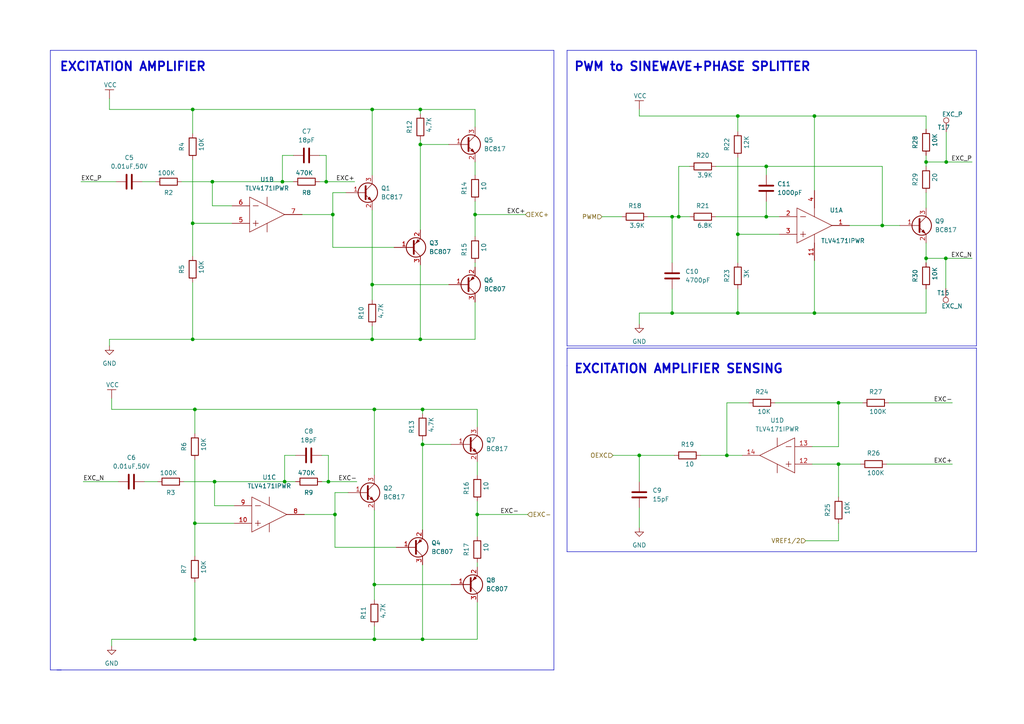
<source format=kicad_sch>
(kicad_sch (version 20230121) (generator eeschema)
  (paper "A4")
  (title_block (comment 1 "Phase Splitter"))
  (lib_symbols
    (symbol "02_HPM_Resis:NC_1" (pin_numbers hide) (pin_names (offset 0))
      (property "Reference" "R" (at -3.81 0.635 0))
      (property "Value" "NC_1" (at 5.715 0.635 0))
      (symbol "NC_1_0_1"
        (rectangle (start 2.54 -1.016) (end -2.54 1.016) (stroke (width 0.254)))
      )
      (symbol "NC_1_1_1"
        (pin passive line (at -3.81 0 0) (length 1.27) (name "~") (number "1"))
        (pin passive line (at 3.81 0 180) (length 1.27) (name "~") (number "2"))
      )
    )
    (symbol "03_HPM_CAP:10uF,16V" (pin_numbers hide) (pin_names (offset 0.254))
      (property "Reference" "C" (at 0.635 2.54 0))
      (property "Value" "10uF,16V" (at 0.635 -2.54 0))
      (symbol "10uF,16V_0_1"
        (polyline (pts (xy -2.032 -0.762) (xy 2.032 -0.762)) (stroke (width 0.508)))
        (polyline (pts (xy -2.032 0.762) (xy 2.032 0.762)) (stroke (width 0.508)))
      )
      (symbol "10uF,16V_1_1"
        (pin passive line (at 0 3.81 270) (length 2.794) (name "~") (number "1"))
        (pin passive line (at 0 -3.81 90) (length 2.794) (name "~") (number "2"))
      )
    )
    (symbol "Connector:TestPoint" (pin_numbers hide) (pin_names (offset 0.762) hide)
      (property "Reference" "TP" (at 0 6.858 0))
      (property "Value" "TestPoint" (at 0 5.08 0))
      (symbol "TestPoint_0_1"
        (circle (center 0 3.302) (radius 0.762))
      )
      (symbol "TestPoint_1_1"
        (pin passive line (at 0 0 90) (length 2.54) (name "1") (number "1"))
      )
    )
    (symbol "HPM_EVK2:TLV4171IPWR" (pin_names (offset 1.016) hide)
      (property "Reference" "U" (at 0 0 0))
      (property "Value" "TLV4171IPWR" (at 0 0 0))
      (symbol "TLV4171IPWR_1_1"
        (polyline (pts (xy -4.064 -2.54) (xy -2.54 -2.54)))
        (polyline (pts (xy -4.064 2.54) (xy -2.54 2.54)))
        (polyline (pts (xy -3.302 -1.778) (xy -3.302 -3.302)))
        (polyline (pts (xy 0 -2.54) (xy 0 -5.08)))
        (polyline (pts (xy 0 5.08) (xy 0 2.54)))
        (polyline (pts (xy -5.08 -5.08) (xy 5.08 0) (xy 5.08 0) (xy -5.08 5.08) (xy -5.08 5.08) (xy -5.08 -5.08)))
        (pin output line (at 10.16 0 180) (length 5.08) (name "OUTA") (number "1"))
        (pin input line (at 0 -10.16 90) (length 5.08) (name "V-") (number "11"))
        (pin input line (at -10.16 2.54 0) (length 5.08) (name "INA-") (number "2"))
        (pin input line (at -10.16 -2.54 0) (length 5.08) (name "INA+") (number "3"))
        (pin input line (at 0 10.16 270) (length 5.08) (name "V+") (number "4"))
      )
      (symbol "TLV4171IPWR_2_1"
        (polyline (pts (xy -4.064 -2.54) (xy -2.54 -2.54)))
        (polyline (pts (xy -4.064 2.54) (xy -2.54 2.54)))
        (polyline (pts (xy -3.302 -1.778) (xy -3.302 -3.302)))
        (polyline (pts (xy 0 -2.54) (xy 0 -5.08)))
        (polyline (pts (xy 0 5.08) (xy 0 2.54)))
        (polyline (pts (xy -5.08 -5.08) (xy 5.08 0) (xy 5.08 0) (xy -5.08 5.08) (xy -5.08 5.08) (xy -5.08 -5.08)))
        (pin input line (at -10.16 -2.54 0) (length 5.08) (name "INB+") (number "5"))
        (pin input line (at -10.16 2.54 0) (length 5.08) (name "INB-") (number "6"))
        (pin output line (at 10.16 0 180) (length 5.08) (name "OUTB") (number "7"))
      )
      (symbol "TLV4171IPWR_3_1"
        (polyline (pts (xy -4.064 -2.54) (xy -2.54 -2.54)))
        (polyline (pts (xy -4.064 2.54) (xy -2.54 2.54)))
        (polyline (pts (xy -3.302 -1.778) (xy -3.302 -3.302)))
        (polyline (pts (xy 0 -2.54) (xy 0 -5.08)))
        (polyline (pts (xy 0 5.08) (xy 0 2.54)))
        (polyline (pts (xy -5.08 -5.08) (xy 5.08 0) (xy 5.08 0) (xy -5.08 5.08) (xy -5.08 5.08) (xy -5.08 -5.08)))
        (pin input line (at -10.16 -2.54 0) (length 5.08) (name "INC+") (number "10"))
        (pin output line (at 10.16 0 180) (length 5.08) (name "OUTC") (number "8"))
        (pin input line (at -10.16 2.54 0) (length 5.08) (name "INC-") (number "9"))
      )
      (symbol "TLV4171IPWR_4_1"
        (polyline (pts (xy -4.064 -2.54) (xy -2.54 -2.54)))
        (polyline (pts (xy -4.064 2.54) (xy -2.54 2.54)))
        (polyline (pts (xy -3.302 -1.778) (xy -3.302 -3.302)))
        (polyline (pts (xy 0 -2.54) (xy 0 -5.08)))
        (polyline (pts (xy 0 5.08) (xy 0 2.54)))
        (polyline (pts (xy -5.08 -5.08) (xy 5.08 0) (xy 5.08 0) (xy -5.08 5.08) (xy -5.08 5.08) (xy -5.08 -5.08)))
        (pin input line (at -10.16 -2.54 0) (length 5.08) (name "IND+") (number "12"))
        (pin input line (at -10.16 2.54 0) (length 5.08) (name "IND-") (number "13"))
        (pin output line (at 10.16 0 180) (length 5.08) (name "OUTD") (number "14"))
      )
    )
    (symbol "HPM_EVK2:VCC" (power) (pin_numbers hide) (pin_names (offset 0) hide) (in_bom no) (on_board no)
      (property "Value" "VCC" (at 0 4.445 0))
      (symbol "VCC_0_1"
        (polyline (pts (xy -1.27 2.54) (xy 1.27 2.54)))
      )
      (symbol "VCC_1_1"
        (pin power_in line (at 0 0 90) (length 2.54) (name "VCC") (number "1"))
      )
    )
    (symbol "Transistor_BJT:BC807" (pin_names (offset 0) hide)
      (property "Reference" "Q" (at 5.08 1.905 0))
      (property "Value" "BC807" (at 5.08 0 0))
      (symbol "BC807_0_1"
        (polyline (pts (xy 0.635 0.635) (xy 2.54 2.54)))
        (polyline (pts (xy 0.635 -0.635) (xy 2.54 -2.54) (xy 2.54 -2.54)))
        (polyline (pts (xy 0.635 1.905) (xy 0.635 -1.905) (xy 0.635 -1.905)) (stroke (width 0.508)))
        (polyline (pts (xy 2.286 -1.778) (xy 1.778 -2.286) (xy 1.27 -1.27) (xy 2.286 -1.778) (xy 2.286 -1.778)) (fill (type outline)))
        (circle (center 1.27 0) (radius 2.8194) (stroke (width 0.254)))
      )
      (symbol "BC807_1_1"
        (pin input line (at -5.08 0 0) (length 5.715) (name "B") (number "1"))
        (pin passive line (at 2.54 -5.08 90) (length 2.54) (name "E") (number "2"))
        (pin passive line (at 2.54 5.08 270) (length 2.54) (name "C") (number "3"))
      )
    )
    (symbol "Transistor_BJT:BC817" (pin_names (offset 0) hide)
      (property "Reference" "Q" (at 5.08 1.905 0))
      (property "Value" "BC817" (at 5.08 0 0))
      (symbol "BC817_0_1"
        (polyline (pts (xy 0.635 0.635) (xy 2.54 2.54)))
        (polyline (pts (xy 0.635 -0.635) (xy 2.54 -2.54) (xy 2.54 -2.54)))
        (polyline (pts (xy 0.635 1.905) (xy 0.635 -1.905) (xy 0.635 -1.905)) (stroke (width 0.508)))
        (polyline (pts (xy 1.27 -1.778) (xy 1.778 -1.27) (xy 2.286 -2.286) (xy 1.27 -1.778) (xy 1.27 -1.778)) (fill (type outline)))
        (circle (center 1.27 0) (radius 2.8194) (stroke (width 0.254)))
      )
      (symbol "BC817_1_1"
        (pin input line (at -5.08 0 0) (length 5.715) (name "B") (number "1"))
        (pin passive line (at 2.54 -5.08 90) (length 2.54) (name "E") (number "2"))
        (pin passive line (at 2.54 5.08 270) (length 2.54) (name "C") (number "3"))
      )
    )
    (symbol "power:GND" (power) (pin_names (offset 0))
      (property "Value" "GND" (at 0 -3.81 0))
      (symbol "GND_0_1"
        (polyline (pts (xy 0 0) (xy 0 -1.27) (xy 1.27 -1.27) (xy 0 -2.54) (xy -1.27 -1.27) (xy 0 -1.27)))
      )
      (symbol "GND_1_1"
        (pin power_in line (at 0 0 270) (length 0) hide (name "GND") (number "1"))
      )
    )
  )
  (junction (at 108.585 169.545))
  (junction (at 108.585 185.42))
  (junction (at 236.22 90.805))
  (junction (at 210.82 132.08))
  (junction (at 56.515 151.765))
  (junction (at 243.205 116.84))
  (junction (at 55.88 31.75))
  (junction (at 213.995 90.805))
  (junction (at 95.25 139.7))
  (junction (at 61.595 52.705))
  (junction (at 107.95 98.425))
  (junction (at 55.88 98.425))
  (junction (at 108.585 118.745))
  (junction (at 122.555 118.745))
  (junction (at 213.995 67.945))
  (junction (at 82.55 139.7))
  (junction (at 121.92 98.425))
  (junction (at 56.515 185.42))
  (junction (at 196.85 62.865))
  (junction (at 194.945 90.805))
  (junction (at 56.515 118.745))
  (junction (at 138.43 149.225))
  (junction (at 107.95 82.55))
  (junction (at 255.905 65.405))
  (junction (at 121.92 41.91))
  (junction (at 236.22 33.655))
  (junction (at 107.95 31.75))
  (junction (at 222.25 62.865))
  (junction (at 55.88 64.77))
  (junction (at 97.155 149.225))
  (junction (at 268.605 46.99))
  (junction (at 194.945 62.865))
  (junction (at 94.615 52.705))
  (junction (at 268.605 74.93))
  (junction (at 243.205 134.62))
  (junction (at 96.52 62.23))
  (junction (at 274.32 74.93))
  (junction (at 185.42 132.08))
  (junction (at 121.92 31.75))
  (junction (at 122.555 185.42))
  (junction (at 213.995 33.655))
  (junction (at 81.915 52.705))
  (junction (at 62.23 139.7))
  (junction (at 122.555 128.905))
  (junction (at 137.795 62.23))
  (junction (at 222.25 48.26))
  (junction (at 274.447 46.99))
  (wire (pts (xy 222.25 58.42) (xy 222.25 62.865)))
  (polyline (pts (xy 164.465 160.02) (xy 283.21 160.02)))
  (wire (pts (xy 107.95 60.96) (xy 107.95 82.55)))
  (wire (pts (xy 246.38 65.405) (xy 255.905 65.405)))
  (wire (pts (xy 217.17 116.84) (xy 210.82 116.84)))
  (wire (pts (xy 61.595 52.705) (xy 81.915 52.705)))
  (polyline (pts (xy 160.655 194.31) (xy 160.655 14.605)))
  (wire (pts (xy 274.32 74.93) (xy 274.32 83.693)))
  (wire (pts (xy 213.995 90.805) (xy 194.945 90.805)))
  (wire (pts (xy 137.795 87.63) (xy 137.795 98.425)))
  (wire (pts (xy 268.605 46.99) (xy 268.605 48.26)))
  (wire (pts (xy 137.795 62.23) (xy 137.795 68.58)))
  (wire (pts (xy 67.31 59.69) (xy 61.595 59.69)))
  (wire (pts (xy 108.585 118.745) (xy 122.555 118.745)))
  (wire (pts (xy 138.43 133.985) (xy 138.43 137.795)))
  (wire (pts (xy 203.2 132.08) (xy 210.82 132.08)))
  (wire (pts (xy 236.22 90.805) (xy 213.995 90.805)))
  (wire (pts (xy 114.935 158.75) (xy 97.155 158.75)))
  (wire (pts (xy 137.795 31.75) (xy 137.795 36.83)))
  (wire (pts (xy 31.75 28.575) (xy 31.75 31.75)))
  (wire (pts (xy 200.025 48.26) (xy 196.85 48.26)))
  (wire (pts (xy 56.515 151.765) (xy 67.945 151.765)))
  (wire (pts (xy 213.995 67.945) (xy 213.995 76.2)))
  (wire (pts (xy 108.585 185.42) (xy 56.515 185.42)))
  (wire (pts (xy 222.25 48.26) (xy 222.25 50.8)))
  (wire (pts (xy 56.515 133.35) (xy 56.515 151.765)))
  (wire (pts (xy 268.605 33.655) (xy 236.22 33.655)))
  (wire (pts (xy 56.515 151.765) (xy 56.515 161.29)))
  (wire (pts (xy 53.34 139.7) (xy 62.23 139.7)))
  (wire (pts (xy 87.63 62.23) (xy 96.52 62.23)))
  (wire (pts (xy 177.8 132.08) (xy 185.42 132.08)))
  (wire (pts (xy 121.92 31.75) (xy 137.795 31.75)))
  (wire (pts (xy 138.43 185.42) (xy 122.555 185.42)))
  (polyline (pts (xy 164.465 100.33) (xy 283.21 100.33)))
  (wire (pts (xy 82.55 139.7) (xy 85.725 139.7)))
  (wire (pts (xy 81.915 45.085) (xy 81.915 52.705)))
  (wire (pts (xy 55.88 64.77) (xy 67.31 64.77)))
  (wire (pts (xy 52.705 52.705) (xy 61.595 52.705)))
  (wire (pts (xy 233.68 156.845) (xy 243.205 156.845)))
  (wire (pts (xy 122.555 185.42) (xy 108.585 185.42)))
  (wire (pts (xy 55.88 31.75) (xy 107.95 31.75)))
  (wire (pts (xy 268.605 55.88) (xy 268.605 60.325)))
  (wire (pts (xy 268.605 83.82) (xy 268.605 90.805)))
  (wire (pts (xy 108.585 169.545) (xy 130.81 169.545)))
  (wire (pts (xy 187.96 62.865) (xy 194.945 62.865)))
  (polyline (pts (xy 164.465 14.605) (xy 283.21 14.605)))
  (polyline (pts (xy 283.21 160.02) (xy 283.21 100.965)))
  (wire (pts (xy 95.25 139.7) (xy 103.505 139.7)))
  (wire (pts (xy 268.605 90.805) (xy 236.22 90.805)))
  (wire (pts (xy 81.915 52.705) (xy 85.09 52.705)))
  (wire (pts (xy 97.155 142.875) (xy 100.965 142.875)))
  (polyline (pts (xy 164.465 100.965) (xy 164.465 106.045)))
  (wire (pts (xy 222.25 48.26) (xy 255.905 48.26)))
  (wire (pts (xy 85.09 45.085) (xy 81.915 45.085)))
  (wire (pts (xy 95.25 132.08) (xy 95.25 139.7)))
  (wire (pts (xy 138.43 149.225) (xy 138.43 155.575)))
  (wire (pts (xy 268.605 37.465) (xy 268.605 33.655)))
  (wire (pts (xy 122.555 128.905) (xy 130.81 128.905)))
  (wire (pts (xy 274.32 74.93) (xy 281.94 74.93)))
  (wire (pts (xy 213.995 83.82) (xy 213.995 90.805)))
  (wire (pts (xy 213.995 67.945) (xy 226.06 67.945)))
  (wire (pts (xy 137.795 98.425) (xy 121.92 98.425)))
  (wire (pts (xy 121.92 41.91) (xy 130.175 41.91)))
  (wire (pts (xy 243.205 151.765) (xy 243.205 156.845)))
  (wire (pts (xy 222.25 62.865) (xy 226.06 62.865)))
  (wire (pts (xy 174.625 62.865) (xy 180.34 62.865)))
  (wire (pts (xy 94.615 45.085) (xy 94.615 52.705)))
  (wire (pts (xy 122.555 128.905) (xy 122.555 153.67)))
  (wire (pts (xy 121.92 76.835) (xy 121.92 98.425)))
  (wire (pts (xy 122.555 118.745) (xy 138.43 118.745)))
  (wire (pts (xy 94.615 52.705) (xy 102.87 52.705)))
  (wire (pts (xy 88.265 149.225) (xy 97.155 149.225)))
  (wire (pts (xy 108.585 169.545) (xy 108.585 173.99)))
  (wire (pts (xy 185.42 33.655) (xy 213.995 33.655)))
  (wire (pts (xy 56.515 118.745) (xy 108.585 118.745)))
  (wire (pts (xy 137.795 62.23) (xy 152.4 62.23)))
  (wire (pts (xy 194.945 62.865) (xy 196.85 62.865)))
  (wire (pts (xy 93.345 132.08) (xy 95.25 132.08)))
  (wire (pts (xy 82.55 132.08) (xy 82.55 139.7)))
  (wire (pts (xy 196.85 48.26) (xy 196.85 62.865)))
  (wire (pts (xy 55.88 98.425) (xy 31.75 98.425)))
  (wire (pts (xy 138.43 149.225) (xy 153.035 149.225)))
  (polyline (pts (xy 16.51 194.31) (xy 160.655 194.31)))
  (wire (pts (xy 107.95 82.55) (xy 130.175 82.55)))
  (wire (pts (xy 108.585 137.795) (xy 108.585 118.745)))
  (wire (pts (xy 121.92 40.64) (xy 121.92 41.91)))
  (wire (pts (xy 137.795 46.99) (xy 137.795 50.8)))
  (polyline (pts (xy 164.465 106.045) (xy 164.465 160.02)))
  (wire (pts (xy 62.23 139.7) (xy 82.55 139.7)))
  (wire (pts (xy 268.605 74.93) (xy 268.605 76.2)))
  (wire (pts (xy 55.88 31.75) (xy 55.88 38.735)))
  (wire (pts (xy 107.95 98.425) (xy 55.88 98.425)))
  (wire (pts (xy 243.205 134.62) (xy 249.555 134.62)))
  (wire (pts (xy 185.42 33.655) (xy 185.42 31.75)))
  (wire (pts (xy 122.555 163.83) (xy 122.555 185.42)))
  (wire (pts (xy 235.585 129.54) (xy 243.205 129.54)))
  (wire (pts (xy 257.81 116.84) (xy 276.225 116.84)))
  (wire (pts (xy 41.91 139.7) (xy 45.72 139.7)))
  (wire (pts (xy 236.22 33.655) (xy 236.22 55.245)))
  (wire (pts (xy 194.945 62.865) (xy 194.945 76.2)))
  (wire (pts (xy 207.645 62.865) (xy 222.25 62.865)))
  (wire (pts (xy 224.79 116.84) (xy 243.205 116.84)))
  (wire (pts (xy 85.725 132.08) (xy 82.55 132.08)))
  (wire (pts (xy 32.385 115.57) (xy 32.385 118.745)))
  (wire (pts (xy 236.22 75.565) (xy 236.22 90.805)))
  (wire (pts (xy 62.23 146.685) (xy 62.23 139.7)))
  (wire (pts (xy 268.605 46.99) (xy 274.447 46.99)))
  (wire (pts (xy 32.385 185.42) (xy 32.385 187.325)))
  (wire (pts (xy 138.43 174.625) (xy 138.43 185.42)))
  (wire (pts (xy 207.645 48.26) (xy 222.25 48.26)))
  (wire (pts (xy 121.92 31.75) (xy 121.92 33.02)))
  (wire (pts (xy 213.995 33.655) (xy 236.22 33.655)))
  (wire (pts (xy 31.75 98.425) (xy 31.75 100.33)))
  (wire (pts (xy 255.905 48.26) (xy 255.905 65.405)))
  (polyline (pts (xy 283.21 100.965) (xy 164.465 100.965)))
  (wire (pts (xy 56.515 185.42) (xy 32.385 185.42)))
  (wire (pts (xy 138.43 145.415) (xy 138.43 149.225)))
  (polyline (pts (xy 14.605 194.31) (xy 17.78 194.31)))
  (wire (pts (xy 274.447 46.99) (xy 281.94 46.99)))
  (polyline (pts (xy 164.465 14.605) (xy 164.465 100.33)))
  (wire (pts (xy 41.275 52.705) (xy 45.085 52.705)))
  (wire (pts (xy 55.88 46.355) (xy 55.88 64.77)))
  (wire (pts (xy 196.85 62.865) (xy 200.025 62.865)))
  (wire (pts (xy 107.95 82.55) (xy 107.95 86.995)))
  (wire (pts (xy 32.385 118.745) (xy 56.515 118.745)))
  (wire (pts (xy 92.71 52.705) (xy 94.615 52.705)))
  (wire (pts (xy 121.92 41.91) (xy 121.92 66.675)))
  (polyline (pts (xy 160.655 14.605) (xy 14.605 14.605)))
  (wire (pts (xy 255.905 65.405) (xy 260.985 65.405)))
  (wire (pts (xy 55.88 64.77) (xy 55.88 74.295)))
  (wire (pts (xy 24.13 139.7) (xy 34.29 139.7)))
  (wire (pts (xy 243.205 116.84) (xy 250.19 116.84)))
  (wire (pts (xy 137.795 58.42) (xy 137.795 62.23)))
  (wire (pts (xy 235.585 134.62) (xy 243.205 134.62)))
  (wire (pts (xy 56.515 168.91) (xy 56.515 185.42)))
  (wire (pts (xy 31.75 31.75) (xy 55.88 31.75)))
  (wire (pts (xy 210.82 116.84) (xy 210.82 132.08)))
  (wire (pts (xy 107.95 50.8) (xy 107.95 31.75)))
  (wire (pts (xy 96.52 62.23) (xy 96.52 55.88)))
  (wire (pts (xy 194.945 83.82) (xy 194.945 90.805)))
  (wire (pts (xy 274.447 46.99) (xy 274.447 38.227)))
  (wire (pts (xy 108.585 147.955) (xy 108.585 169.545)))
  (polyline (pts (xy 283.21 100.33) (xy 283.21 14.605)))
  (polyline (pts (xy 14.605 14.605) (xy 14.605 194.31)))
  (wire (pts (xy 97.155 149.225) (xy 97.155 142.875)))
  (wire (pts (xy 210.82 132.08) (xy 215.265 132.08)))
  (wire (pts (xy 96.52 55.88) (xy 100.33 55.88)))
  (wire (pts (xy 107.95 31.75) (xy 121.92 31.75)))
  (wire (pts (xy 213.995 45.72) (xy 213.995 67.945)))
  (wire (pts (xy 121.92 98.425) (xy 107.95 98.425)))
  (wire (pts (xy 96.52 71.755) (xy 96.52 62.23)))
  (wire (pts (xy 243.205 129.54) (xy 243.205 116.84)))
  (wire (pts (xy 185.42 147.32) (xy 185.42 153.035)))
  (wire (pts (xy 23.495 52.705) (xy 33.655 52.705)))
  (wire (pts (xy 213.995 38.1) (xy 213.995 33.655)))
  (wire (pts (xy 138.43 118.745) (xy 138.43 123.825)))
  (wire (pts (xy 122.555 118.745) (xy 122.555 120.015)))
  (wire (pts (xy 61.595 59.69) (xy 61.595 52.705)))
  (wire (pts (xy 268.605 45.085) (xy 268.605 46.99)))
  (wire (pts (xy 67.945 146.685) (xy 62.23 146.685)))
  (wire (pts (xy 185.42 132.08) (xy 195.58 132.08)))
  (wire (pts (xy 55.88 81.915) (xy 55.88 98.425)))
  (wire (pts (xy 97.155 158.75) (xy 97.155 149.225)))
  (wire (pts (xy 185.42 139.7) (xy 185.42 132.08)))
  (wire (pts (xy 92.71 45.085) (xy 94.615 45.085)))
  (wire (pts (xy 257.175 134.62) (xy 276.225 134.62)))
  (wire (pts (xy 114.3 71.755) (xy 96.52 71.755)))
  (wire (pts (xy 268.605 70.485) (xy 268.605 74.93)))
  (wire (pts (xy 93.345 139.7) (xy 95.25 139.7)))
  (wire (pts (xy 107.95 94.615) (xy 107.95 98.425)))
  (wire (pts (xy 194.945 90.805) (xy 185.42 90.805)))
  (wire (pts (xy 243.205 134.62) (xy 243.205 144.145)))
  (wire (pts (xy 122.555 127.635) (xy 122.555 128.905)))
  (wire (pts (xy 108.585 181.61) (xy 108.585 185.42)))
  (wire (pts (xy 268.605 74.93) (xy 274.32 74.93)))
  (wire (pts (xy 56.515 118.745) (xy 56.515 125.73)))
  (wire (pts (xy 138.43 163.195) (xy 138.43 164.465)))
  (wire (pts (xy 137.795 76.2) (xy 137.795 77.47)))
  (wire (pts (xy 185.42 90.805) (xy 185.42 93.98)))
  (text "EXCITATION AMPLIFIER SENSING" (at 166.37 108.585 0) (effects (font (size 2.54 2.54) (thickness 0.508) bold) (justify left bottom)))
  (text "EXCITATION AMPLIFIER" (at 17.145 20.955 0) (effects (font (size 2.54 2.54) (thickness 0.508) bold) (justify left bottom)))
  (text "PWM to SINEWAVE+PHASE SPLITTER" (at 166.37 20.955 0) (effects (font (size 2.54 2.54) (thickness 0.508) bold) (justify left bottom)))
  (label "EXC_P" (at 281.94 46.99 180))
  (label "EXC_P" (at 23.495 52.705 0))
  (label "EXC+" (at 152.4 62.23 180))
  (label "EXC_N" (at 281.94 74.93 180))
  (label "EXC-" (at 150.495 149.225 180))
  (label "EXC+" (at 276.225 134.62 180))
  (label "EXC_N" (at 24.13 139.7 0))
  (label "EXC-" (at 276.225 116.84 180))
  (label "EXC-" (at 103.505 139.7 180))
  (label "EXC+" (at 102.87 52.705 180))
  (hierarchical_label "EXC+" (shape input) (at 152.4 62.23 0))
  (hierarchical_label "PWM" (shape input) (at 174.625 62.865 180))
  (hierarchical_label "OEXC" (shape input) (at 177.8 132.08 180))
  (hierarchical_label "EXC-" (shape input) (at 153.035 149.225 0))
  (hierarchical_label "VREF1{slash}2" (shape input) (at 233.68 156.845 180))
  (symbol (lib_id "02_HPM_Resis:NC_1") (at 138.43 159.385 90) (unit 1)
    (property "Reference" "R17" (at 135.255 159.385 0))
    (property "Value" "10" (at 140.97 158.75 0))
    (property "Footprint" "02_HPM_Resis:R_0603_1608Metric" (effects hide))
  )
  (symbol (lib_id "03_HPM_CAP:10uF,16V") (at 194.945 80.01 0) (unit 1)
    (property "Reference" "C10" (at 198.755 78.7399 0) (effects (justify left)))
    (property "Value" "4700pF" (at 198.755 81.2799 0) (effects (justify left)))
    (property "Footprint" "03_HPM_CAP:C_0603_1608Metric" (effects hide))
  )
  (symbol (lib_id "02_HPM_Resis:NC_1") (at 137.795 54.61 90) (unit 1)
    (property "Reference" "R14" (at 134.62 54.61 0))
    (property "Value" "10" (at 140.335 53.975 0))
    (property "Footprint" "02_HPM_Resis:R_0603_1608Metric" (effects hide))
  )
  (symbol (lib_id "02_HPM_Resis:NC_1") (at 184.15 62.865 0) (unit 1)
    (property "Reference" "R18" (at 184.15 59.69 0))
    (property "Value" "3.9K" (at 184.785 65.405 0))
    (property "Footprint" "02_HPM_Resis:R_0603_1608Metric" (effects hide))
  )
  (symbol (lib_id "power:GND") (at 185.42 153.035 0) (unit 1)
    (property "Reference" "#PWR0106" (effects hide))
    (property "Value" "GND" (at 185.42 158.115 0))
  )
  (symbol (lib_id "Transistor_BJT:BC817") (at 266.065 65.405 0) (unit 1)
    (property "Reference" "Q9" (at 271.145 64.1349 0) (effects (justify left)))
    (property "Value" "BC817" (at 271.145 66.6749 0) (effects (justify left)))
    (property "Footprint" "Package_TO_SOT_SMD:SOT-23" (effects hide))
    (property "Datasheet" "https://www.onsemi.com/pub/Collateral/BC818-D.pdf" (effects hide))
  )
  (symbol (lib_id "03_HPM_CAP:10uF,16V") (at 88.9 45.085 90) (unit 1)
    (property "Reference" "C7" (at 88.9 38.1 90))
    (property "Value" "18pF" (at 88.9 40.64 90))
    (property "Footprint" "03_HPM_CAP:C_0603_1608Metric" (effects hide))
  )
  (symbol (lib_id "02_HPM_Resis:NC_1") (at 213.995 41.91 90) (unit 1)
    (property "Reference" "R22" (at 210.82 41.91 0))
    (property "Value" "12K" (at 216.535 41.275 0))
    (property "Footprint" "02_HPM_Resis:R_0603_1608Metric" (effects hide))
  )
  (symbol (lib_id "02_HPM_Resis:NC_1") (at 56.515 165.1 90) (unit 1)
    (property "Reference" "R7" (at 53.34 165.1 0))
    (property "Value" "10K" (at 59.055 164.465 0))
    (property "Footprint" "02_HPM_Resis:R_0603_1608Metric" (effects hide))
  )
  (symbol (lib_id "02_HPM_Resis:NC_1") (at 108.585 177.8 90) (unit 1)
    (property "Reference" "R11" (at 105.41 177.8 0))
    (property "Value" "4.7K" (at 111.125 177.165 0))
    (property "Footprint" "02_HPM_Resis:R_0603_1608Metric" (effects hide))
  )
  (symbol (lib_id "02_HPM_Resis:NC_1") (at 88.9 52.705 180) (unit 1)
    (property "Reference" "R8" (at 88.9 55.88 0))
    (property "Value" "470K" (at 88.265 50.165 0))
    (property "Footprint" "02_HPM_Resis:R_0603_1608Metric" (effects hide))
  )
  (symbol (lib_id "02_HPM_Resis:NC_1") (at 122.555 123.825 90) (unit 1)
    (property "Reference" "R13" (at 119.38 123.825 0))
    (property "Value" "4.7K" (at 125.095 123.19 0))
    (property "Footprint" "02_HPM_Resis:R_0603_1608Metric" (effects hide))
  )
  (symbol (lib_id "02_HPM_Resis:NC_1") (at 48.895 52.705 180) (unit 1)
    (property "Reference" "R2" (at 48.895 55.88 0))
    (property "Value" "100K" (at 48.26 50.165 0))
    (property "Footprint" "02_HPM_Resis:R_0603_1608Metric" (effects hide))
  )
  (symbol (lib_id "02_HPM_Resis:NC_1") (at 243.205 147.955 90) (unit 1)
    (property "Reference" "R25" (at 240.03 147.955 0))
    (property "Value" "10K" (at 245.745 147.32 0))
    (property "Footprint" "02_HPM_Resis:R_0603_1608Metric" (effects hide))
  )
  (symbol (lib_id "02_HPM_Resis:NC_1") (at 121.92 36.83 90) (unit 1)
    (property "Reference" "R12" (at 118.745 36.83 0))
    (property "Value" "4.7K" (at 124.46 36.195 0))
    (property "Footprint" "02_HPM_Resis:R_0603_1608Metric" (effects hide))
  )
  (symbol (lib_id "03_HPM_CAP:10uF,16V") (at 37.465 52.705 90) (unit 1)
    (property "Reference" "C5" (at 37.465 45.72 90))
    (property "Value" "0.01uF,50V" (at 37.465 48.26 90))
    (property "Footprint" "03_HPM_CAP:C_0603_1608Metric" (effects hide))
  )
  (symbol (lib_id "02_HPM_Resis:NC_1") (at 49.53 139.7 180) (unit 1)
    (property "Reference" "R3" (at 49.53 142.875 0))
    (property "Value" "100K" (at 48.895 137.16 0))
    (property "Footprint" "02_HPM_Resis:R_0603_1608Metric" (effects hide))
  )
  (symbol (lib_id "HPM_EVK2:TLV4171IPWR") (at 236.22 65.405 0) (unit 1)
    (property "Reference" "U1" (at 242.57 60.96 0))
    (property "Value" "TLV4171IPWR" (at 244.475 69.85 0))
    (property "Footprint" "TSSOP-14_L5.0-W4.5-P0.65-LS6.4-BL" (effects hide))
    (property "SuppliersPartNumber" "C2058241" (effects hide))
    (property "uuid" "pro:15ea2ffb8897409bbe2897a07214c07e" (effects hide))
  )
  (symbol (lib_id "02_HPM_Resis:NC_1") (at 203.835 48.26 0) (unit 1)
    (property "Reference" "R20" (at 203.835 45.085 0))
    (property "Value" "3.9K" (at 204.47 50.8 0))
    (property "Footprint" "02_HPM_Resis:R_0603_1608Metric" (effects hide))
  )
  (symbol (lib_id "02_HPM_Resis:NC_1") (at 138.43 141.605 90) (unit 1)
    (property "Reference" "R16" (at 135.255 141.605 0))
    (property "Value" "10" (at 140.97 140.97 0))
    (property "Footprint" "02_HPM_Resis:R_0603_1608Metric" (effects hide))
  )
  (symbol (lib_id "Transistor_BJT:BC817") (at 135.255 41.91 0) (unit 1)
    (property "Reference" "Q5" (at 140.335 40.6399 0) (effects (justify left)))
    (property "Value" "BC817" (at 140.335 43.1799 0) (effects (justify left)))
    (property "Footprint" "Package_TO_SOT_SMD:SOT-23" (effects hide))
    (property "Datasheet" "https://www.onsemi.com/pub/Collateral/BC818-D.pdf" (effects hide))
  )
  (symbol (lib_id "Transistor_BJT:BC817") (at 135.89 128.905 0) (unit 1)
    (property "Reference" "Q7" (at 140.97 127.6349 0) (effects (justify left)))
    (property "Value" "BC817" (at 140.97 130.1749 0) (effects (justify left)))
    (property "Footprint" "Package_TO_SOT_SMD:SOT-23" (effects hide))
    (property "Datasheet" "https://www.onsemi.com/pub/Collateral/BC818-D.pdf" (effects hide))
  )
  (symbol (lib_id "02_HPM_Resis:NC_1") (at 253.365 134.62 0) (unit 1)
    (property "Reference" "R26" (at 253.365 131.445 0))
    (property "Value" "100K" (at 254 137.16 0))
    (property "Footprint" "02_HPM_Resis:R_0603_1608Metric" (effects hide))
  )
  (symbol (lib_id "02_HPM_Resis:NC_1") (at 213.995 80.01 90) (unit 1)
    (property "Reference" "R23" (at 210.82 80.01 0))
    (property "Value" "3K" (at 216.535 79.375 0))
    (property "Footprint" "02_HPM_Resis:R_0603_1608Metric" (effects hide))
  )
  (symbol (lib_id "power:GND") (at 31.75 100.33 0) (unit 1)
    (property "Reference" "#PWR0102" (effects hide))
    (property "Value" "GND" (at 31.75 105.41 0))
  )
  (symbol (lib_id "Connector:TestPoint") (at 274.447 38.227 0) (unit 1)
    (property "Reference" "T17" (at 271.907 36.957 0) (effects (justify left)))
    (property "Value" "EXC_P" (at 273.177 33.147 0) (effects (justify left)))
    (property "Footprint" "TPAD_030" (effects hide))
  )
  (symbol (lib_id "Transistor_BJT:BC817") (at 106.045 142.875 0) (unit 1)
    (property "Reference" "Q2" (at 111.125 141.6049 0) (effects (justify left)))
    (property "Value" "BC817" (at 111.125 144.1449 0) (effects (justify left)))
    (property "Footprint" "Package_TO_SOT_SMD:SOT-23" (effects hide))
    (property "Datasheet" "https://www.onsemi.com/pub/Collateral/BC818-D.pdf" (effects hide))
  )
  (symbol (lib_id "HPM_EVK2:TLV4171IPWR") (at 225.425 132.08 0) (mirror y) (unit 4)
    (property "Reference" "U1" (at 225.425 121.92 0))
    (property "Value" "TLV4171IPWR" (at 225.425 124.46 0))
    (property "Footprint" "TSSOP-14_L5.0-W4.5-P0.65-LS6.4-BL" (effects hide))
    (property "SuppliersPartNumber" "C2058241" (effects hide))
    (property "uuid" "pro:15ea2ffb8897409bbe2897a07214c07e" (effects hide))
  )
  (symbol (lib_id "02_HPM_Resis:NC_1") (at 268.605 41.275 90) (unit 1)
    (property "Reference" "R28" (at 265.43 41.275 0))
    (property "Value" "10K" (at 271.145 40.64 0))
    (property "Footprint" "02_HPM_Resis:R_0603_1608Metric" (effects hide))
  )
  (symbol (lib_id "02_HPM_Resis:NC_1") (at 268.605 52.07 90) (unit 1)
    (property "Reference" "R29" (at 265.43 52.07 0))
    (property "Value" "20" (at 271.145 51.435 0))
    (property "Footprint" "02_HPM_Resis:R_0603_1608Metric" (effects hide))
  )
  (symbol (lib_id "02_HPM_Resis:NC_1") (at 199.39 132.08 0) (unit 1)
    (property "Reference" "R19" (at 199.39 128.905 0))
    (property "Value" "10" (at 200.025 134.62 0))
    (property "Footprint" "02_HPM_Resis:R_0603_1608Metric" (effects hide))
  )
  (symbol (lib_id "HPM_EVK2:VCC") (at 185.42 31.75 0) (unit 1) (in_bom no) (on_board no)
    (property "Reference" "#PWR0116" (effects hide))
    (property "Value" "VCC" (at 185.674 27.813 0))
  )
  (symbol (lib_id "02_HPM_Resis:NC_1") (at 137.795 72.39 90) (unit 1)
    (property "Reference" "R15" (at 134.62 72.39 0))
    (property "Value" "10" (at 140.335 71.755 0))
    (property "Footprint" "02_HPM_Resis:R_0603_1608Metric" (effects hide))
  )
  (symbol (lib_id "02_HPM_Resis:NC_1") (at 220.98 116.84 0) (unit 1)
    (property "Reference" "R24" (at 220.98 113.665 0))
    (property "Value" "10K" (at 221.615 119.38 0))
    (property "Footprint" "02_HPM_Resis:R_0603_1608Metric" (effects hide))
  )
  (symbol (lib_id "Transistor_BJT:BC807") (at 135.255 82.55 0) (mirror x) (unit 1)
    (property "Reference" "Q6" (at 140.335 81.2799 0) (effects (justify left)))
    (property "Value" "BC807" (at 140.335 83.8199 0) (effects (justify left)))
    (property "Footprint" "Package_TO_SOT_SMD:SOT-23" (effects hide))
    (property "Datasheet" "https://www.onsemi.com/pub/Collateral/BC808-D.pdf" (effects hide))
  )
  (symbol (lib_id "power:GND") (at 185.42 93.98 0) (unit 1)
    (property "Reference" "#PWR0105" (effects hide))
    (property "Value" "GND" (at 185.42 99.06 0))
  )
  (symbol (lib_id "HPM_EVK2:VCC") (at 31.75 28.575 0) (unit 1) (in_bom no) (on_board no)
    (property "Reference" "#PWR0114" (effects hide))
    (property "Value" "VCC" (at 32.004 24.638 0))
  )
  (symbol (lib_id "03_HPM_CAP:10uF,16V") (at 222.25 54.61 0) (unit 1)
    (property "Reference" "C11" (at 225.425 53.3399 0) (effects (justify left)))
    (property "Value" "1000pF" (at 225.425 55.8799 0) (effects (justify left)))
    (property "Footprint" "03_HPM_CAP:C_0603_1608Metric" (effects hide))
  )
  (symbol (lib_id "HPM_EVK2:TLV4171IPWR") (at 78.105 149.225 0) (unit 3)
    (property "Reference" "U1" (at 78.105 138.43 0))
    (property "Value" "TLV4171IPWR" (at 78.105 140.97 0))
    (property "Footprint" "TSSOP-14_L5.0-W4.5-P0.65-LS6.4-BL" (effects hide))
    (property "SuppliersPartNumber" "C2058241" (effects hide))
    (property "uuid" "pro:15ea2ffb8897409bbe2897a07214c07e" (effects hide))
  )
  (symbol (lib_id "HPM_EVK2:VCC") (at 32.385 115.57 0) (unit 1) (in_bom no) (on_board no)
    (property "Reference" "#PWR0110" (effects hide))
    (property "Value" "VCC" (at 32.639 111.633 0))
  )
  (symbol (lib_id "02_HPM_Resis:NC_1") (at 55.88 78.105 90) (unit 1)
    (property "Reference" "R5" (at 52.705 78.105 0))
    (property "Value" "10K" (at 58.42 77.47 0))
    (property "Footprint" "02_HPM_Resis:R_0603_1608Metric" (effects hide))
  )
  (symbol (lib_id "02_HPM_Resis:NC_1") (at 89.535 139.7 180) (unit 1)
    (property "Reference" "R9" (at 89.535 142.875 0))
    (property "Value" "470K" (at 88.9 137.16 0))
    (property "Footprint" "02_HPM_Resis:R_0603_1608Metric" (effects hide))
  )
  (symbol (lib_id "HPM_EVK2:TLV4171IPWR") (at 77.47 62.23 0) (unit 2)
    (property "Reference" "U1" (at 77.47 52.07 0))
    (property "Value" "TLV4171IPWR" (at 77.47 54.61 0))
    (property "Footprint" "TSSOP-14_L5.0-W4.5-P0.65-LS6.4-BL" (effects hide))
    (property "SuppliersPartNumber" "C2058241" (effects hide))
    (property "uuid" "pro:15ea2ffb8897409bbe2897a07214c07e" (effects hide))
  )
  (symbol (lib_id "02_HPM_Resis:NC_1") (at 107.95 90.805 90) (unit 1)
    (property "Reference" "R10" (at 104.775 90.805 0))
    (property "Value" "4.7K" (at 110.49 90.17 0))
    (property "Footprint" "02_HPM_Resis:R_0603_1608Metric" (effects hide))
  )
  (symbol (lib_id "power:GND") (at 32.385 187.325 0) (unit 1)
    (property "Reference" "#PWR0108" (effects hide))
    (property "Value" "GND" (at 32.385 192.405 0))
  )
  (symbol (lib_id "02_HPM_Resis:NC_1") (at 254 116.84 0) (unit 1)
    (property "Reference" "R27" (at 254 113.665 0))
    (property "Value" "100K" (at 254.635 119.38 0))
    (property "Footprint" "02_HPM_Resis:R_0603_1608Metric" (effects hide))
  )
  (symbol (lib_id "Transistor_BJT:BC807") (at 119.38 71.755 0) (mirror x) (unit 1)
    (property "Reference" "Q3" (at 124.46 70.4849 0) (effects (justify left)))
    (property "Value" "BC807" (at 124.46 73.0249 0) (effects (justify left)))
    (property "Footprint" "Package_TO_SOT_SMD:SOT-23" (effects hide))
    (property "Datasheet" "https://www.onsemi.com/pub/Collateral/BC808-D.pdf" (effects hide))
  )
  (symbol (lib_id "Transistor_BJT:BC807") (at 135.89 169.545 0) (mirror x) (unit 1)
    (property "Reference" "Q8" (at 140.97 168.2749 0) (effects (justify left)))
    (property "Value" "BC807" (at 140.97 170.8149 0) (effects (justify left)))
    (property "Footprint" "Package_TO_SOT_SMD:SOT-23" (effects hide))
    (property "Datasheet" "https://www.onsemi.com/pub/Collateral/BC808-D.pdf" (effects hide))
  )
  (symbol (lib_id "02_HPM_Resis:NC_1") (at 56.515 129.54 90) (unit 1)
    (property "Reference" "R6" (at 53.34 129.54 0))
    (property "Value" "10K" (at 59.055 128.905 0))
    (property "Footprint" "02_HPM_Resis:R_0603_1608Metric" (effects hide))
  )
  (symbol (lib_id "Transistor_BJT:BC807") (at 120.015 158.75 0) (mirror x) (unit 1)
    (property "Reference" "Q4" (at 125.095 157.4799 0) (effects (justify left)))
    (property "Value" "BC807" (at 125.095 160.0199 0) (effects (justify left)))
    (property "Footprint" "Package_TO_SOT_SMD:SOT-23" (effects hide))
    (property "Datasheet" "https://www.onsemi.com/pub/Collateral/BC808-D.pdf" (effects hide))
  )
  (symbol (lib_id "Connector:TestPoint") (at 274.32 83.693 0) (mirror x) (unit 1)
    (property "Reference" "T16" (at 271.78 84.963 0) (effects (justify left)))
    (property "Value" "EXC_N" (at 273.05 88.773 0) (effects (justify left)))
    (property "Footprint" "TPAD_030" (effects hide))
  )
  (symbol (lib_id "02_HPM_Resis:NC_1") (at 203.835 62.865 0) (unit 1)
    (property "Reference" "R21" (at 203.835 59.69 0))
    (property "Value" "6.8K" (at 204.47 65.405 0))
    (property "Footprint" "02_HPM_Resis:R_0603_1608Metric" (effects hide))
  )
  (symbol (lib_id "03_HPM_CAP:10uF,16V") (at 89.535 132.08 90) (unit 1)
    (property "Reference" "C8" (at 89.535 125.095 90))
    (property "Value" "18pF" (at 89.535 127.635 90))
    (property "Footprint" "03_HPM_CAP:C_0603_1608Metric" (effects hide))
  )
  (symbol (lib_id "02_HPM_Resis:NC_1") (at 268.605 80.01 90) (unit 1)
    (property "Reference" "R30" (at 265.43 80.01 0))
    (property "Value" "10K" (at 271.145 79.375 0))
    (property "Footprint" "02_HPM_Resis:R_0603_1608Metric" (effects hide))
  )
  (symbol (lib_id "02_HPM_Resis:NC_1") (at 55.88 42.545 90) (unit 1)
    (property "Reference" "R4" (at 52.705 42.545 0))
    (property "Value" "10K" (at 58.42 41.91 0))
    (property "Footprint" "02_HPM_Resis:R_0603_1608Metric" (effects hide))
  )
  (symbol (lib_id "03_HPM_CAP:10uF,16V") (at 38.1 139.7 90) (unit 1)
    (property "Reference" "C6" (at 38.1 132.715 90))
    (property "Value" "0.01uF,50V" (at 38.1 135.255 90))
    (property "Footprint" "03_HPM_CAP:C_0603_1608Metric" (effects hide))
  )
  (symbol (lib_id "Transistor_BJT:BC817") (at 105.41 55.88 0) (unit 1)
    (property "Reference" "Q1" (at 110.49 54.6099 0) (effects (justify left)))
    (property "Value" "BC817" (at 110.49 57.1499 0) (effects (justify left)))
    (property "Footprint" "Package_TO_SOT_SMD:SOT-23" (effects hide))
    (property "Datasheet" "https://www.onsemi.com/pub/Collateral/BC818-D.pdf" (effects hide))
  )
  (symbol (lib_id "03_HPM_CAP:10uF,16V") (at 185.42 143.51 0) (unit 1)
    (property "Reference" "C9" (at 189.23 142.2399 0) (effects (justify left)))
    (property "Value" "15pF" (at 189.23 144.7799 0) (effects (justify left)))
    (property "Footprint" "03_HPM_CAP:C_0603_1608Metric" (effects hide))
  )
)
</source>
